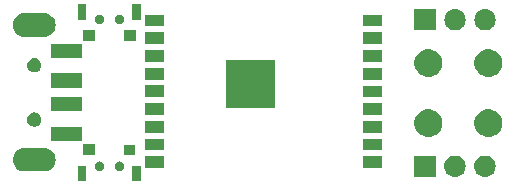
<source format=gbr>
G04 #@! TF.GenerationSoftware,KiCad,Pcbnew,(5.1.4)-1*
G04 #@! TF.CreationDate,2020-11-01T21:23:20+01:00*
G04 #@! TF.ProjectId,deauther-andromeda,64656175-7468-4657-922d-616e64726f6d,rev?*
G04 #@! TF.SameCoordinates,Original*
G04 #@! TF.FileFunction,Soldermask,Top*
G04 #@! TF.FilePolarity,Negative*
%FSLAX46Y46*%
G04 Gerber Fmt 4.6, Leading zero omitted, Abs format (unit mm)*
G04 Created by KiCad (PCBNEW (5.1.4)-1) date 2020-11-01 21:23:20*
%MOMM*%
%LPD*%
G04 APERTURE LIST*
%ADD10C,0.100000*%
G04 APERTURE END LIST*
D10*
G36*
X137601000Y-90461000D02*
G01*
X136899000Y-90461000D01*
X136899000Y-89159000D01*
X137601000Y-89159000D01*
X137601000Y-90461000D01*
X137601000Y-90461000D01*
G37*
G36*
X133001000Y-90461000D02*
G01*
X132299000Y-90461000D01*
X132299000Y-89159000D01*
X133001000Y-89159000D01*
X133001000Y-90461000D01*
X133001000Y-90461000D01*
G37*
G36*
X164318903Y-88325559D02*
G01*
X164385087Y-88332077D01*
X164554926Y-88383597D01*
X164711451Y-88467262D01*
X164747189Y-88496592D01*
X164848646Y-88579854D01*
X164931908Y-88681311D01*
X164961238Y-88717049D01*
X165044903Y-88873574D01*
X165096423Y-89043413D01*
X165113819Y-89220040D01*
X165096423Y-89396667D01*
X165044903Y-89566506D01*
X164961238Y-89723031D01*
X164931908Y-89758769D01*
X164848646Y-89860226D01*
X164747189Y-89943488D01*
X164711451Y-89972818D01*
X164554926Y-90056483D01*
X164385087Y-90108003D01*
X164318902Y-90114522D01*
X164252720Y-90121040D01*
X164164200Y-90121040D01*
X164098018Y-90114522D01*
X164031833Y-90108003D01*
X163861994Y-90056483D01*
X163705469Y-89972818D01*
X163669731Y-89943488D01*
X163568274Y-89860226D01*
X163485012Y-89758769D01*
X163455682Y-89723031D01*
X163372017Y-89566506D01*
X163320497Y-89396667D01*
X163303101Y-89220040D01*
X163320497Y-89043413D01*
X163372017Y-88873574D01*
X163455682Y-88717049D01*
X163485012Y-88681311D01*
X163568274Y-88579854D01*
X163669731Y-88496592D01*
X163705469Y-88467262D01*
X163861994Y-88383597D01*
X164031833Y-88332077D01*
X164098017Y-88325559D01*
X164164200Y-88319040D01*
X164252720Y-88319040D01*
X164318903Y-88325559D01*
X164318903Y-88325559D01*
G37*
G36*
X166858903Y-88325559D02*
G01*
X166925087Y-88332077D01*
X167094926Y-88383597D01*
X167251451Y-88467262D01*
X167287189Y-88496592D01*
X167388646Y-88579854D01*
X167471908Y-88681311D01*
X167501238Y-88717049D01*
X167584903Y-88873574D01*
X167636423Y-89043413D01*
X167653819Y-89220040D01*
X167636423Y-89396667D01*
X167584903Y-89566506D01*
X167501238Y-89723031D01*
X167471908Y-89758769D01*
X167388646Y-89860226D01*
X167287189Y-89943488D01*
X167251451Y-89972818D01*
X167094926Y-90056483D01*
X166925087Y-90108003D01*
X166858902Y-90114522D01*
X166792720Y-90121040D01*
X166704200Y-90121040D01*
X166638018Y-90114522D01*
X166571833Y-90108003D01*
X166401994Y-90056483D01*
X166245469Y-89972818D01*
X166209731Y-89943488D01*
X166108274Y-89860226D01*
X166025012Y-89758769D01*
X165995682Y-89723031D01*
X165912017Y-89566506D01*
X165860497Y-89396667D01*
X165843101Y-89220040D01*
X165860497Y-89043413D01*
X165912017Y-88873574D01*
X165995682Y-88717049D01*
X166025012Y-88681311D01*
X166108274Y-88579854D01*
X166209731Y-88496592D01*
X166245469Y-88467262D01*
X166401994Y-88383597D01*
X166571833Y-88332077D01*
X166638017Y-88325559D01*
X166704200Y-88319040D01*
X166792720Y-88319040D01*
X166858903Y-88325559D01*
X166858903Y-88325559D01*
G37*
G36*
X162569460Y-90121040D02*
G01*
X160767460Y-90121040D01*
X160767460Y-88319040D01*
X162569460Y-88319040D01*
X162569460Y-90121040D01*
X162569460Y-90121040D01*
G37*
G36*
X129577468Y-87669883D02*
G01*
X129766162Y-87727123D01*
X129940055Y-87820071D01*
X130092479Y-87945161D01*
X130217569Y-88097585D01*
X130310517Y-88271478D01*
X130310518Y-88271481D01*
X130321172Y-88306604D01*
X130367757Y-88460172D01*
X130387083Y-88656400D01*
X130367757Y-88852628D01*
X130310517Y-89041322D01*
X130217569Y-89215215D01*
X130092479Y-89367639D01*
X129940055Y-89492729D01*
X129766162Y-89585677D01*
X129577468Y-89642917D01*
X129430415Y-89657400D01*
X127732065Y-89657400D01*
X127585012Y-89642917D01*
X127396318Y-89585677D01*
X127222425Y-89492729D01*
X127070001Y-89367639D01*
X126944911Y-89215215D01*
X126851963Y-89041322D01*
X126794723Y-88852628D01*
X126775397Y-88656400D01*
X126794723Y-88460172D01*
X126841308Y-88306604D01*
X126851962Y-88271481D01*
X126851963Y-88271478D01*
X126944911Y-88097585D01*
X127070001Y-87945161D01*
X127222425Y-87820071D01*
X127396318Y-87727123D01*
X127585012Y-87669883D01*
X127732065Y-87655400D01*
X129430415Y-87655400D01*
X129577468Y-87669883D01*
X129577468Y-87669883D01*
G37*
G36*
X134178231Y-88816705D02*
G01*
X134216967Y-88824410D01*
X134247195Y-88836931D01*
X134289944Y-88854638D01*
X134355622Y-88898523D01*
X134411477Y-88954378D01*
X134455362Y-89020056D01*
X134485590Y-89093034D01*
X134501000Y-89170504D01*
X134501000Y-89249496D01*
X134485590Y-89326966D01*
X134455362Y-89399944D01*
X134411477Y-89465622D01*
X134355622Y-89521477D01*
X134289944Y-89565362D01*
X134247195Y-89583069D01*
X134216967Y-89595590D01*
X134178231Y-89603295D01*
X134139496Y-89611000D01*
X134060504Y-89611000D01*
X134021769Y-89603295D01*
X133983033Y-89595590D01*
X133952805Y-89583069D01*
X133910056Y-89565362D01*
X133844378Y-89521477D01*
X133788523Y-89465622D01*
X133744638Y-89399944D01*
X133714410Y-89326966D01*
X133699000Y-89249496D01*
X133699000Y-89170504D01*
X133714410Y-89093034D01*
X133744638Y-89020056D01*
X133788523Y-88954378D01*
X133844378Y-88898523D01*
X133910056Y-88854638D01*
X133952805Y-88836931D01*
X133983033Y-88824410D01*
X134021769Y-88816705D01*
X134060504Y-88809000D01*
X134139496Y-88809000D01*
X134178231Y-88816705D01*
X134178231Y-88816705D01*
G37*
G36*
X135878231Y-88816705D02*
G01*
X135916967Y-88824410D01*
X135947195Y-88836931D01*
X135989944Y-88854638D01*
X136055622Y-88898523D01*
X136111477Y-88954378D01*
X136155362Y-89020056D01*
X136185590Y-89093034D01*
X136201000Y-89170504D01*
X136201000Y-89249496D01*
X136185590Y-89326966D01*
X136155362Y-89399944D01*
X136111477Y-89465622D01*
X136055622Y-89521477D01*
X135989944Y-89565362D01*
X135947195Y-89583069D01*
X135916967Y-89595590D01*
X135878231Y-89603295D01*
X135839496Y-89611000D01*
X135760504Y-89611000D01*
X135721769Y-89603295D01*
X135683033Y-89595590D01*
X135652805Y-89583069D01*
X135610056Y-89565362D01*
X135544378Y-89521477D01*
X135488523Y-89465622D01*
X135444638Y-89399944D01*
X135414410Y-89326966D01*
X135399000Y-89249496D01*
X135399000Y-89170504D01*
X135414410Y-89093034D01*
X135444638Y-89020056D01*
X135488523Y-88954378D01*
X135544378Y-88898523D01*
X135610056Y-88854638D01*
X135652805Y-88836931D01*
X135683033Y-88824410D01*
X135721769Y-88816705D01*
X135760504Y-88809000D01*
X135839496Y-88809000D01*
X135878231Y-88816705D01*
X135878231Y-88816705D01*
G37*
G36*
X158051000Y-89381000D02*
G01*
X156449000Y-89381000D01*
X156449000Y-88379000D01*
X158051000Y-88379000D01*
X158051000Y-89381000D01*
X158051000Y-89381000D01*
G37*
G36*
X139591000Y-89371000D02*
G01*
X137989000Y-89371000D01*
X137989000Y-88369000D01*
X139591000Y-88369000D01*
X139591000Y-89371000D01*
X139591000Y-89371000D01*
G37*
G36*
X137151000Y-88281000D02*
G01*
X136149000Y-88281000D01*
X136149000Y-87379000D01*
X137151000Y-87379000D01*
X137151000Y-88281000D01*
X137151000Y-88281000D01*
G37*
G36*
X133741000Y-88271000D02*
G01*
X132739000Y-88271000D01*
X132739000Y-87369000D01*
X133741000Y-87369000D01*
X133741000Y-88271000D01*
X133741000Y-88271000D01*
G37*
G36*
X158051000Y-87881000D02*
G01*
X156449000Y-87881000D01*
X156449000Y-86879000D01*
X158051000Y-86879000D01*
X158051000Y-87881000D01*
X158051000Y-87881000D01*
G37*
G36*
X139591000Y-87871000D02*
G01*
X137989000Y-87871000D01*
X137989000Y-86869000D01*
X139591000Y-86869000D01*
X139591000Y-87871000D01*
X139591000Y-87871000D01*
G37*
G36*
X132632240Y-87057400D02*
G01*
X130030240Y-87057400D01*
X130030240Y-85855400D01*
X132632240Y-85855400D01*
X132632240Y-87057400D01*
X132632240Y-87057400D01*
G37*
G36*
X162145560Y-84393064D02*
G01*
X162297027Y-84423193D01*
X162511045Y-84511842D01*
X162511046Y-84511843D01*
X162703654Y-84640539D01*
X162867461Y-84804346D01*
X162913524Y-84873285D01*
X162996158Y-84996955D01*
X163084807Y-85210973D01*
X163130000Y-85438174D01*
X163130000Y-85669826D01*
X163084807Y-85897027D01*
X162996158Y-86111045D01*
X162996157Y-86111046D01*
X162867461Y-86303654D01*
X162703654Y-86467461D01*
X162575249Y-86553258D01*
X162511045Y-86596158D01*
X162297027Y-86684807D01*
X162145560Y-86714936D01*
X162069827Y-86730000D01*
X161838173Y-86730000D01*
X161762440Y-86714936D01*
X161610973Y-86684807D01*
X161396955Y-86596158D01*
X161332751Y-86553258D01*
X161204346Y-86467461D01*
X161040539Y-86303654D01*
X160911843Y-86111046D01*
X160911842Y-86111045D01*
X160823193Y-85897027D01*
X160778000Y-85669826D01*
X160778000Y-85438174D01*
X160823193Y-85210973D01*
X160911842Y-84996955D01*
X160994476Y-84873285D01*
X161040539Y-84804346D01*
X161204346Y-84640539D01*
X161396954Y-84511843D01*
X161396955Y-84511842D01*
X161610973Y-84423193D01*
X161762440Y-84393064D01*
X161838173Y-84378000D01*
X162069827Y-84378000D01*
X162145560Y-84393064D01*
X162145560Y-84393064D01*
G37*
G36*
X167225560Y-84393064D02*
G01*
X167377027Y-84423193D01*
X167591045Y-84511842D01*
X167591046Y-84511843D01*
X167783654Y-84640539D01*
X167947461Y-84804346D01*
X167993524Y-84873285D01*
X168076158Y-84996955D01*
X168164807Y-85210973D01*
X168210000Y-85438174D01*
X168210000Y-85669826D01*
X168164807Y-85897027D01*
X168076158Y-86111045D01*
X168076157Y-86111046D01*
X167947461Y-86303654D01*
X167783654Y-86467461D01*
X167655249Y-86553258D01*
X167591045Y-86596158D01*
X167377027Y-86684807D01*
X167225560Y-86714936D01*
X167149827Y-86730000D01*
X166918173Y-86730000D01*
X166842440Y-86714936D01*
X166690973Y-86684807D01*
X166476955Y-86596158D01*
X166412751Y-86553258D01*
X166284346Y-86467461D01*
X166120539Y-86303654D01*
X165991843Y-86111046D01*
X165991842Y-86111045D01*
X165903193Y-85897027D01*
X165858000Y-85669826D01*
X165858000Y-85438174D01*
X165903193Y-85210973D01*
X165991842Y-84996955D01*
X166074476Y-84873285D01*
X166120539Y-84804346D01*
X166284346Y-84640539D01*
X166476954Y-84511843D01*
X166476955Y-84511842D01*
X166690973Y-84423193D01*
X166842440Y-84393064D01*
X166918173Y-84378000D01*
X167149827Y-84378000D01*
X167225560Y-84393064D01*
X167225560Y-84393064D01*
G37*
G36*
X158051000Y-86381000D02*
G01*
X156449000Y-86381000D01*
X156449000Y-85379000D01*
X158051000Y-85379000D01*
X158051000Y-86381000D01*
X158051000Y-86381000D01*
G37*
G36*
X139591000Y-86371000D02*
G01*
X137989000Y-86371000D01*
X137989000Y-85369000D01*
X139591000Y-85369000D01*
X139591000Y-86371000D01*
X139591000Y-86371000D01*
G37*
G36*
X128717841Y-84670797D02*
G01*
X128756545Y-84678496D01*
X128788580Y-84691765D01*
X128865920Y-84723800D01*
X128964355Y-84789573D01*
X129048067Y-84873285D01*
X129113840Y-84971720D01*
X129159144Y-85081096D01*
X129182240Y-85197205D01*
X129182240Y-85315595D01*
X129159144Y-85431704D01*
X129113840Y-85541080D01*
X129048067Y-85639515D01*
X128964355Y-85723227D01*
X128865920Y-85789000D01*
X128788580Y-85821035D01*
X128756545Y-85834304D01*
X128717841Y-85842003D01*
X128640435Y-85857400D01*
X128522045Y-85857400D01*
X128444639Y-85842003D01*
X128405935Y-85834304D01*
X128373900Y-85821035D01*
X128296560Y-85789000D01*
X128198125Y-85723227D01*
X128114413Y-85639515D01*
X128048640Y-85541080D01*
X128003336Y-85431704D01*
X127980240Y-85315595D01*
X127980240Y-85197205D01*
X128003336Y-85081096D01*
X128048640Y-84971720D01*
X128114413Y-84873285D01*
X128198125Y-84789573D01*
X128296560Y-84723800D01*
X128373900Y-84691765D01*
X128405935Y-84678496D01*
X128444639Y-84670797D01*
X128522045Y-84655400D01*
X128640435Y-84655400D01*
X128717841Y-84670797D01*
X128717841Y-84670797D01*
G37*
G36*
X158051000Y-84881000D02*
G01*
X156449000Y-84881000D01*
X156449000Y-83879000D01*
X158051000Y-83879000D01*
X158051000Y-84881000D01*
X158051000Y-84881000D01*
G37*
G36*
X139591000Y-84871000D02*
G01*
X137989000Y-84871000D01*
X137989000Y-83869000D01*
X139591000Y-83869000D01*
X139591000Y-84871000D01*
X139591000Y-84871000D01*
G37*
G36*
X132632240Y-84557400D02*
G01*
X130030240Y-84557400D01*
X130030240Y-83355400D01*
X132632240Y-83355400D01*
X132632240Y-84557400D01*
X132632240Y-84557400D01*
G37*
G36*
X148951000Y-84291000D02*
G01*
X144849000Y-84291000D01*
X144849000Y-80189000D01*
X148951000Y-80189000D01*
X148951000Y-84291000D01*
X148951000Y-84291000D01*
G37*
G36*
X158051000Y-83381000D02*
G01*
X156449000Y-83381000D01*
X156449000Y-82379000D01*
X158051000Y-82379000D01*
X158051000Y-83381000D01*
X158051000Y-83381000D01*
G37*
G36*
X139591000Y-83371000D02*
G01*
X137989000Y-83371000D01*
X137989000Y-82369000D01*
X139591000Y-82369000D01*
X139591000Y-83371000D01*
X139591000Y-83371000D01*
G37*
G36*
X132632240Y-82557400D02*
G01*
X130030240Y-82557400D01*
X130030240Y-81355400D01*
X132632240Y-81355400D01*
X132632240Y-82557400D01*
X132632240Y-82557400D01*
G37*
G36*
X158051000Y-81881000D02*
G01*
X156449000Y-81881000D01*
X156449000Y-80879000D01*
X158051000Y-80879000D01*
X158051000Y-81881000D01*
X158051000Y-81881000D01*
G37*
G36*
X139591000Y-81871000D02*
G01*
X137989000Y-81871000D01*
X137989000Y-80869000D01*
X139591000Y-80869000D01*
X139591000Y-81871000D01*
X139591000Y-81871000D01*
G37*
G36*
X167225560Y-79313064D02*
G01*
X167377027Y-79343193D01*
X167591045Y-79431842D01*
X167591046Y-79431843D01*
X167783654Y-79560539D01*
X167947461Y-79724346D01*
X168033258Y-79852751D01*
X168076158Y-79916955D01*
X168164807Y-80130973D01*
X168210000Y-80358174D01*
X168210000Y-80589826D01*
X168164807Y-80817027D01*
X168076158Y-81031045D01*
X168033258Y-81095249D01*
X167947461Y-81223654D01*
X167783654Y-81387461D01*
X167655249Y-81473258D01*
X167591045Y-81516158D01*
X167377027Y-81604807D01*
X167225560Y-81634936D01*
X167149827Y-81650000D01*
X166918173Y-81650000D01*
X166842440Y-81634936D01*
X166690973Y-81604807D01*
X166476955Y-81516158D01*
X166412751Y-81473258D01*
X166284346Y-81387461D01*
X166120539Y-81223654D01*
X166034742Y-81095249D01*
X165991842Y-81031045D01*
X165903193Y-80817027D01*
X165858000Y-80589826D01*
X165858000Y-80358174D01*
X165903193Y-80130973D01*
X165991842Y-79916955D01*
X166034742Y-79852751D01*
X166120539Y-79724346D01*
X166284346Y-79560539D01*
X166476954Y-79431843D01*
X166476955Y-79431842D01*
X166690973Y-79343193D01*
X166842440Y-79313064D01*
X166918173Y-79298000D01*
X167149827Y-79298000D01*
X167225560Y-79313064D01*
X167225560Y-79313064D01*
G37*
G36*
X162145560Y-79313064D02*
G01*
X162297027Y-79343193D01*
X162511045Y-79431842D01*
X162511046Y-79431843D01*
X162703654Y-79560539D01*
X162867461Y-79724346D01*
X162953258Y-79852751D01*
X162996158Y-79916955D01*
X163084807Y-80130973D01*
X163130000Y-80358174D01*
X163130000Y-80589826D01*
X163084807Y-80817027D01*
X162996158Y-81031045D01*
X162953258Y-81095249D01*
X162867461Y-81223654D01*
X162703654Y-81387461D01*
X162575249Y-81473258D01*
X162511045Y-81516158D01*
X162297027Y-81604807D01*
X162145560Y-81634936D01*
X162069827Y-81650000D01*
X161838173Y-81650000D01*
X161762440Y-81634936D01*
X161610973Y-81604807D01*
X161396955Y-81516158D01*
X161332751Y-81473258D01*
X161204346Y-81387461D01*
X161040539Y-81223654D01*
X160954742Y-81095249D01*
X160911842Y-81031045D01*
X160823193Y-80817027D01*
X160778000Y-80589826D01*
X160778000Y-80358174D01*
X160823193Y-80130973D01*
X160911842Y-79916955D01*
X160954742Y-79852751D01*
X161040539Y-79724346D01*
X161204346Y-79560539D01*
X161396954Y-79431843D01*
X161396955Y-79431842D01*
X161610973Y-79343193D01*
X161762440Y-79313064D01*
X161838173Y-79298000D01*
X162069827Y-79298000D01*
X162145560Y-79313064D01*
X162145560Y-79313064D01*
G37*
G36*
X128717841Y-80070797D02*
G01*
X128756545Y-80078496D01*
X128788580Y-80091765D01*
X128865920Y-80123800D01*
X128964355Y-80189573D01*
X129048067Y-80273285D01*
X129113840Y-80371720D01*
X129145875Y-80449060D01*
X129159144Y-80481095D01*
X129182240Y-80597207D01*
X129182240Y-80715593D01*
X129162064Y-80817027D01*
X129159144Y-80831704D01*
X129113840Y-80941080D01*
X129048067Y-81039515D01*
X128964355Y-81123227D01*
X128865920Y-81189000D01*
X128788580Y-81221035D01*
X128756545Y-81234304D01*
X128717841Y-81242003D01*
X128640435Y-81257400D01*
X128522045Y-81257400D01*
X128444639Y-81242003D01*
X128405935Y-81234304D01*
X128373900Y-81221035D01*
X128296560Y-81189000D01*
X128198125Y-81123227D01*
X128114413Y-81039515D01*
X128048640Y-80941080D01*
X128003336Y-80831704D01*
X128000417Y-80817027D01*
X127980240Y-80715593D01*
X127980240Y-80597207D01*
X128003336Y-80481095D01*
X128016605Y-80449060D01*
X128048640Y-80371720D01*
X128114413Y-80273285D01*
X128198125Y-80189573D01*
X128296560Y-80123800D01*
X128373900Y-80091765D01*
X128405935Y-80078496D01*
X128444639Y-80070797D01*
X128522045Y-80055400D01*
X128640435Y-80055400D01*
X128717841Y-80070797D01*
X128717841Y-80070797D01*
G37*
G36*
X158051000Y-80381000D02*
G01*
X156449000Y-80381000D01*
X156449000Y-79379000D01*
X158051000Y-79379000D01*
X158051000Y-80381000D01*
X158051000Y-80381000D01*
G37*
G36*
X139591000Y-80371000D02*
G01*
X137989000Y-80371000D01*
X137989000Y-79369000D01*
X139591000Y-79369000D01*
X139591000Y-80371000D01*
X139591000Y-80371000D01*
G37*
G36*
X132632240Y-80057400D02*
G01*
X130030240Y-80057400D01*
X130030240Y-78855400D01*
X132632240Y-78855400D01*
X132632240Y-80057400D01*
X132632240Y-80057400D01*
G37*
G36*
X158051000Y-78881000D02*
G01*
X156449000Y-78881000D01*
X156449000Y-77879000D01*
X158051000Y-77879000D01*
X158051000Y-78881000D01*
X158051000Y-78881000D01*
G37*
G36*
X139591000Y-78871000D02*
G01*
X137989000Y-78871000D01*
X137989000Y-77869000D01*
X139591000Y-77869000D01*
X139591000Y-78871000D01*
X139591000Y-78871000D01*
G37*
G36*
X137161000Y-78611000D02*
G01*
X136159000Y-78611000D01*
X136159000Y-77709000D01*
X137161000Y-77709000D01*
X137161000Y-78611000D01*
X137161000Y-78611000D01*
G37*
G36*
X133751000Y-78601000D02*
G01*
X132749000Y-78601000D01*
X132749000Y-77699000D01*
X133751000Y-77699000D01*
X133751000Y-78601000D01*
X133751000Y-78601000D01*
G37*
G36*
X129577468Y-76269883D02*
G01*
X129766162Y-76327123D01*
X129940055Y-76420071D01*
X130092479Y-76545161D01*
X130217569Y-76697585D01*
X130310517Y-76871478D01*
X130367757Y-77060172D01*
X130387083Y-77256400D01*
X130367757Y-77452628D01*
X130310517Y-77641322D01*
X130217569Y-77815215D01*
X130092479Y-77967639D01*
X129940055Y-78092729D01*
X129766162Y-78185677D01*
X129577468Y-78242917D01*
X129430415Y-78257400D01*
X127732065Y-78257400D01*
X127585012Y-78242917D01*
X127396318Y-78185677D01*
X127222425Y-78092729D01*
X127070001Y-77967639D01*
X126944911Y-77815215D01*
X126851963Y-77641322D01*
X126794723Y-77452628D01*
X126775397Y-77256400D01*
X126794723Y-77060172D01*
X126851963Y-76871478D01*
X126944911Y-76697585D01*
X127070001Y-76545161D01*
X127222425Y-76420071D01*
X127396318Y-76327123D01*
X127585012Y-76269883D01*
X127732065Y-76255400D01*
X129430415Y-76255400D01*
X129577468Y-76269883D01*
X129577468Y-76269883D01*
G37*
G36*
X164320442Y-75915518D02*
G01*
X164386627Y-75922037D01*
X164556466Y-75973557D01*
X164712991Y-76057222D01*
X164748729Y-76086552D01*
X164850186Y-76169814D01*
X164932309Y-76269883D01*
X164962778Y-76307009D01*
X165046443Y-76463534D01*
X165097963Y-76633373D01*
X165115359Y-76810000D01*
X165097963Y-76986627D01*
X165046443Y-77156466D01*
X164962778Y-77312991D01*
X164933448Y-77348729D01*
X164850186Y-77450186D01*
X164748729Y-77533448D01*
X164712991Y-77562778D01*
X164556466Y-77646443D01*
X164386627Y-77697963D01*
X164320442Y-77704482D01*
X164254260Y-77711000D01*
X164165740Y-77711000D01*
X164099558Y-77704482D01*
X164033373Y-77697963D01*
X163863534Y-77646443D01*
X163707009Y-77562778D01*
X163671271Y-77533448D01*
X163569814Y-77450186D01*
X163486552Y-77348729D01*
X163457222Y-77312991D01*
X163373557Y-77156466D01*
X163322037Y-76986627D01*
X163304641Y-76810000D01*
X163322037Y-76633373D01*
X163373557Y-76463534D01*
X163457222Y-76307009D01*
X163487691Y-76269883D01*
X163569814Y-76169814D01*
X163671271Y-76086552D01*
X163707009Y-76057222D01*
X163863534Y-75973557D01*
X164033373Y-75922037D01*
X164099558Y-75915518D01*
X164165740Y-75909000D01*
X164254260Y-75909000D01*
X164320442Y-75915518D01*
X164320442Y-75915518D01*
G37*
G36*
X162571000Y-77711000D02*
G01*
X160769000Y-77711000D01*
X160769000Y-75909000D01*
X162571000Y-75909000D01*
X162571000Y-77711000D01*
X162571000Y-77711000D01*
G37*
G36*
X166860442Y-75915518D02*
G01*
X166926627Y-75922037D01*
X167096466Y-75973557D01*
X167252991Y-76057222D01*
X167288729Y-76086552D01*
X167390186Y-76169814D01*
X167472309Y-76269883D01*
X167502778Y-76307009D01*
X167586443Y-76463534D01*
X167637963Y-76633373D01*
X167655359Y-76810000D01*
X167637963Y-76986627D01*
X167586443Y-77156466D01*
X167502778Y-77312991D01*
X167473448Y-77348729D01*
X167390186Y-77450186D01*
X167288729Y-77533448D01*
X167252991Y-77562778D01*
X167096466Y-77646443D01*
X166926627Y-77697963D01*
X166860442Y-77704482D01*
X166794260Y-77711000D01*
X166705740Y-77711000D01*
X166639558Y-77704482D01*
X166573373Y-77697963D01*
X166403534Y-77646443D01*
X166247009Y-77562778D01*
X166211271Y-77533448D01*
X166109814Y-77450186D01*
X166026552Y-77348729D01*
X165997222Y-77312991D01*
X165913557Y-77156466D01*
X165862037Y-76986627D01*
X165844641Y-76810000D01*
X165862037Y-76633373D01*
X165913557Y-76463534D01*
X165997222Y-76307009D01*
X166027691Y-76269883D01*
X166109814Y-76169814D01*
X166211271Y-76086552D01*
X166247009Y-76057222D01*
X166403534Y-75973557D01*
X166573373Y-75922037D01*
X166639558Y-75915518D01*
X166705740Y-75909000D01*
X166794260Y-75909000D01*
X166860442Y-75915518D01*
X166860442Y-75915518D01*
G37*
G36*
X158051000Y-77381000D02*
G01*
X156449000Y-77381000D01*
X156449000Y-76379000D01*
X158051000Y-76379000D01*
X158051000Y-77381000D01*
X158051000Y-77381000D01*
G37*
G36*
X139591000Y-77371000D02*
G01*
X137989000Y-77371000D01*
X137989000Y-76369000D01*
X139591000Y-76369000D01*
X139591000Y-77371000D01*
X139591000Y-77371000D01*
G37*
G36*
X134178231Y-76376705D02*
G01*
X134216967Y-76384410D01*
X134247195Y-76396931D01*
X134289944Y-76414638D01*
X134355622Y-76458523D01*
X134411477Y-76514378D01*
X134455362Y-76580056D01*
X134485590Y-76653034D01*
X134501000Y-76730504D01*
X134501000Y-76809496D01*
X134485590Y-76886966D01*
X134455362Y-76959944D01*
X134411477Y-77025622D01*
X134355622Y-77081477D01*
X134289944Y-77125362D01*
X134247195Y-77143069D01*
X134216967Y-77155590D01*
X134178231Y-77163295D01*
X134139496Y-77171000D01*
X134060504Y-77171000D01*
X134021769Y-77163295D01*
X133983033Y-77155590D01*
X133952805Y-77143069D01*
X133910056Y-77125362D01*
X133844378Y-77081477D01*
X133788523Y-77025622D01*
X133744638Y-76959944D01*
X133714410Y-76886966D01*
X133699000Y-76809496D01*
X133699000Y-76730504D01*
X133714410Y-76653034D01*
X133744638Y-76580056D01*
X133788523Y-76514378D01*
X133844378Y-76458523D01*
X133910056Y-76414638D01*
X133952805Y-76396931D01*
X133983033Y-76384410D01*
X134021769Y-76376705D01*
X134060504Y-76369000D01*
X134139496Y-76369000D01*
X134178231Y-76376705D01*
X134178231Y-76376705D01*
G37*
G36*
X135878231Y-76376705D02*
G01*
X135916967Y-76384410D01*
X135947195Y-76396931D01*
X135989944Y-76414638D01*
X136055622Y-76458523D01*
X136111477Y-76514378D01*
X136155362Y-76580056D01*
X136185590Y-76653034D01*
X136201000Y-76730504D01*
X136201000Y-76809496D01*
X136185590Y-76886966D01*
X136155362Y-76959944D01*
X136111477Y-77025622D01*
X136055622Y-77081477D01*
X135989944Y-77125362D01*
X135947195Y-77143069D01*
X135916967Y-77155590D01*
X135878231Y-77163295D01*
X135839496Y-77171000D01*
X135760504Y-77171000D01*
X135721769Y-77163295D01*
X135683033Y-77155590D01*
X135652805Y-77143069D01*
X135610056Y-77125362D01*
X135544378Y-77081477D01*
X135488523Y-77025622D01*
X135444638Y-76959944D01*
X135414410Y-76886966D01*
X135399000Y-76809496D01*
X135399000Y-76730504D01*
X135414410Y-76653034D01*
X135444638Y-76580056D01*
X135488523Y-76514378D01*
X135544378Y-76458523D01*
X135610056Y-76414638D01*
X135652805Y-76396931D01*
X135683033Y-76384410D01*
X135721769Y-76376705D01*
X135760504Y-76369000D01*
X135839496Y-76369000D01*
X135878231Y-76376705D01*
X135878231Y-76376705D01*
G37*
G36*
X137601000Y-76821000D02*
G01*
X136899000Y-76821000D01*
X136899000Y-75519000D01*
X137601000Y-75519000D01*
X137601000Y-76821000D01*
X137601000Y-76821000D01*
G37*
G36*
X133001000Y-76821000D02*
G01*
X132299000Y-76821000D01*
X132299000Y-75519000D01*
X133001000Y-75519000D01*
X133001000Y-76821000D01*
X133001000Y-76821000D01*
G37*
M02*

</source>
